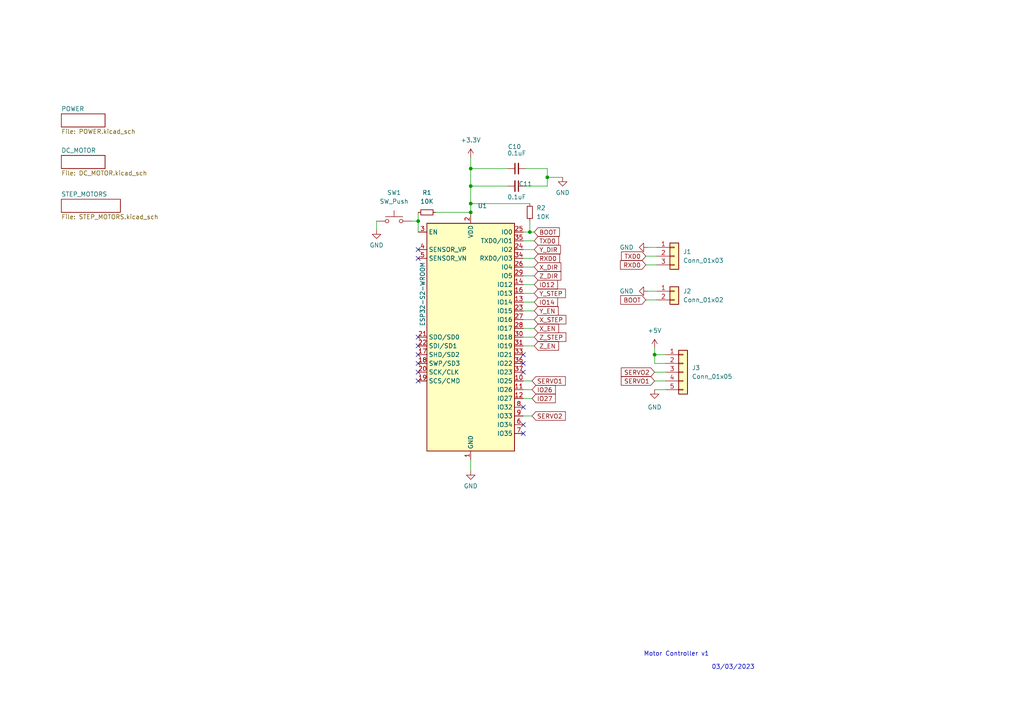
<source format=kicad_sch>
(kicad_sch (version 20211123) (generator eeschema)
  (paper "A4")
  (lib_symbols
    (symbol "Connector_Generic:Conn_01x02" (pin_names (offset 1.016) hide)
      (property "Reference" "J" (at 0 2.54 0))
      (property "Value" "Conn_01x02" (at 0 -5.08 0))
      (symbol "Conn_01x02_1_1"
        (rectangle (start -1.27 -2.413) (end 0 -2.667) (stroke (width 0.1524)))
        (rectangle (start -1.27 0.127) (end 0 -0.127) (stroke (width 0.1524)))
        (rectangle (start -1.27 1.27) (end 1.27 -3.81) (stroke (width 0.254)) (fill (type background)))
        (pin passive line (at -5.08 0 0) (length 3.81) (name "Pin_1") (number "1"))
        (pin passive line (at -5.08 -2.54 0) (length 3.81) (name "Pin_2") (number "2"))
      )
    )
    (symbol "Connector_Generic:Conn_01x03" (pin_names (offset 1.016) hide)
      (property "Reference" "J" (at 0 5.08 0))
      (property "Value" "Conn_01x03" (at 0 -5.08 0))
      (symbol "Conn_01x03_1_1"
        (rectangle (start -1.27 -2.413) (end 0 -2.667) (stroke (width 0.1524)))
        (rectangle (start -1.27 0.127) (end 0 -0.127) (stroke (width 0.1524)))
        (rectangle (start -1.27 2.667) (end 0 2.413) (stroke (width 0.1524)))
        (rectangle (start -1.27 3.81) (end 1.27 -3.81) (stroke (width 0.254)) (fill (type background)))
        (pin passive line (at -5.08 2.54 0) (length 3.81) (name "Pin_1") (number "1"))
        (pin passive line (at -5.08 0 0) (length 3.81) (name "Pin_2") (number "2"))
        (pin passive line (at -5.08 -2.54 0) (length 3.81) (name "Pin_3") (number "3"))
      )
    )
    (symbol "Connector_Generic:Conn_01x05" (pin_names (offset 1.016) hide)
      (property "Reference" "J" (at 0 7.62 0))
      (property "Value" "Conn_01x05" (at 0 -7.62 0))
      (symbol "Conn_01x05_1_1"
        (rectangle (start -1.27 -4.953) (end 0 -5.207) (stroke (width 0.1524)))
        (rectangle (start -1.27 -2.413) (end 0 -2.667) (stroke (width 0.1524)))
        (rectangle (start -1.27 0.127) (end 0 -0.127) (stroke (width 0.1524)))
        (rectangle (start -1.27 2.667) (end 0 2.413) (stroke (width 0.1524)))
        (rectangle (start -1.27 5.207) (end 0 4.953) (stroke (width 0.1524)))
        (rectangle (start -1.27 6.35) (end 1.27 -6.35) (stroke (width 0.254)) (fill (type background)))
        (pin passive line (at -5.08 5.08 0) (length 3.81) (name "Pin_1") (number "1"))
        (pin passive line (at -5.08 2.54 0) (length 3.81) (name "Pin_2") (number "2"))
        (pin passive line (at -5.08 0 0) (length 3.81) (name "Pin_3") (number "3"))
        (pin passive line (at -5.08 -2.54 0) (length 3.81) (name "Pin_4") (number "4"))
        (pin passive line (at -5.08 -5.08 0) (length 3.81) (name "Pin_5") (number "5"))
      )
    )
    (symbol "Device:C_Small" (pin_numbers hide) (pin_names (offset 0.254) hide)
      (property "Reference" "C" (at 0.254 1.778 0))
      (property "Value" "C_Small" (at 0.254 -2.032 0))
      (symbol "C_Small_0_1"
        (polyline (pts (xy -1.524 -0.508) (xy 1.524 -0.508)) (stroke (width 0.3302)))
        (polyline (pts (xy -1.524 0.508) (xy 1.524 0.508)) (stroke (width 0.3048)))
      )
      (symbol "C_Small_1_1"
        (pin passive line (at 0 2.54 270) (length 2.032) (name "~") (number "1"))
        (pin passive line (at 0 -2.54 90) (length 2.032) (name "~") (number "2"))
      )
    )
    (symbol "Device:R_Small" (pin_numbers hide) (pin_names (offset 0.254) hide)
      (property "Reference" "R" (at 0.762 0.508 0))
      (property "Value" "R_Small" (at 0.762 -1.016 0))
      (symbol "R_Small_0_1"
        (rectangle (start -0.762 1.778) (end 0.762 -1.778) (stroke (width 0.2032)))
      )
      (symbol "R_Small_1_1"
        (pin passive line (at 0 2.54 270) (length 0.762) (name "~") (number "1"))
        (pin passive line (at 0 -2.54 90) (length 0.762) (name "~") (number "2"))
      )
    )
    (symbol "RF_Module:ESP32-WROOM-32"
      (property "Reference" "U" (at -12.7 34.29 0))
      (property "Value" "ESP32-WROOM-32" (at 1.27 34.29 0))
      (symbol "ESP32-WROOM-32_0_1"
        (rectangle (start -12.7 33.02) (end 12.7 -33.02) (stroke (width 0.254)) (fill (type background)))
      )
      (symbol "ESP32-WROOM-32_1_1"
        (pin power_in line (at 0 -35.56 90) (length 2.54) (name "GND") (number "1"))
        (pin bidirectional line (at 15.24 -12.7 180) (length 2.54) (name "IO25") (number "10"))
        (pin bidirectional line (at 15.24 -15.24 180) (length 2.54) (name "IO26") (number "11"))
        (pin bidirectional line (at 15.24 -17.78 180) (length 2.54) (name "IO27") (number "12"))
        (pin bidirectional line (at 15.24 10.16 180) (length 2.54) (name "IO14") (number "13"))
        (pin bidirectional line (at 15.24 15.24 180) (length 2.54) (name "IO12") (number "14"))
        (pin passive line (at 0 -35.56 90) (length 2.54) hide (name "GND") (number "15"))
        (pin bidirectional line (at 15.24 12.7 180) (length 2.54) (name "IO13") (number "16"))
        (pin bidirectional line (at -15.24 -5.08 0) (length 2.54) (name "SHD/SD2") (number "17"))
        (pin bidirectional line (at -15.24 -7.62 0) (length 2.54) (name "SWP/SD3") (number "18"))
        (pin bidirectional line (at -15.24 -12.7 0) (length 2.54) (name "SCS/CMD") (number "19"))
        (pin power_in line (at 0 35.56 270) (length 2.54) (name "VDD") (number "2"))
        (pin bidirectional line (at -15.24 -10.16 0) (length 2.54) (name "SCK/CLK") (number "20"))
        (pin bidirectional line (at -15.24 0 0) (length 2.54) (name "SDO/SD0") (number "21"))
        (pin bidirectional line (at -15.24 -2.54 0) (length 2.54) (name "SDI/SD1") (number "22"))
        (pin bidirectional line (at 15.24 7.62 180) (length 2.54) (name "IO15") (number "23"))
        (pin bidirectional line (at 15.24 25.4 180) (length 2.54) (name "IO2") (number "24"))
        (pin bidirectional line (at 15.24 30.48 180) (length 2.54) (name "IO0") (number "25"))
        (pin bidirectional line (at 15.24 20.32 180) (length 2.54) (name "IO4") (number "26"))
        (pin bidirectional line (at 15.24 5.08 180) (length 2.54) (name "IO16") (number "27"))
        (pin bidirectional line (at 15.24 2.54 180) (length 2.54) (name "IO17") (number "28"))
        (pin bidirectional line (at 15.24 17.78 180) (length 2.54) (name "IO5") (number "29"))
        (pin input line (at -15.24 30.48 0) (length 2.54) (name "EN") (number "3"))
        (pin bidirectional line (at 15.24 0 180) (length 2.54) (name "IO18") (number "30"))
        (pin bidirectional line (at 15.24 -2.54 180) (length 2.54) (name "IO19") (number "31"))
        (pin no_connect line (at -12.7 -27.94 0) (length 2.54) hide (name "NC") (number "32"))
        (pin bidirectional line (at 15.24 -5.08 180) (length 2.54) (name "IO21") (number "33"))
        (pin bidirectional line (at 15.24 22.86 180) (length 2.54) (name "RXD0/IO3") (number "34"))
        (pin bidirectional line (at 15.24 27.94 180) (length 2.54) (name "TXD0/IO1") (number "35"))
        (pin bidirectional line (at 15.24 -7.62 180) (length 2.54) (name "IO22") (number "36"))
        (pin bidirectional line (at 15.24 -10.16 180) (length 2.54) (name "IO23") (number "37"))
        (pin passive line (at 0 -35.56 90) (length 2.54) hide (name "GND") (number "38"))
        (pin passive line (at 0 -35.56 90) (length 2.54) hide (name "GND") (number "39"))
        (pin input line (at -15.24 25.4 0) (length 2.54) (name "SENSOR_VP") (number "4"))
        (pin input line (at -15.24 22.86 0) (length 2.54) (name "SENSOR_VN") (number "5"))
        (pin input line (at 15.24 -25.4 180) (length 2.54) (name "IO34") (number "6"))
        (pin input line (at 15.24 -27.94 180) (length 2.54) (name "IO35") (number "7"))
        (pin bidirectional line (at 15.24 -20.32 180) (length 2.54) (name "IO32") (number "8"))
        (pin bidirectional line (at 15.24 -22.86 180) (length 2.54) (name "IO33") (number "9"))
      )
    )
    (symbol "Switch:SW_Push" (pin_numbers hide) (pin_names (offset 1.016) hide)
      (property "Reference" "SW" (at 1.27 2.54 0))
      (property "Value" "SW_Push" (at 0 -1.524 0))
      (symbol "SW_Push_0_1"
        (circle (center -2.032 0) (radius 0.508))
        (polyline (pts (xy 0 1.27) (xy 0 3.048)))
        (polyline (pts (xy 2.54 1.27) (xy -2.54 1.27)))
        (circle (center 2.032 0) (radius 0.508))
        (pin passive line (at -5.08 0 0) (length 2.54) (name "1") (number "1"))
        (pin passive line (at 5.08 0 180) (length 2.54) (name "2") (number "2"))
      )
    )
    (symbol "power:+3.3V" (power) (pin_names (offset 0))
      (property "Value" "+3.3V" (at 0 3.556 0))
      (symbol "+3.3V_0_1"
        (polyline (pts (xy -0.762 1.27) (xy 0 2.54)))
        (polyline (pts (xy 0 0) (xy 0 2.54)))
        (polyline (pts (xy 0 2.54) (xy 0.762 1.27)))
      )
      (symbol "+3.3V_1_1"
        (pin power_in line (at 0 0 90) (length 0) hide (name "+3.3V") (number "1"))
      )
    )
    (symbol "power:+5V" (power) (pin_names (offset 0))
      (property "Value" "+5V" (at 0 3.556 0))
      (symbol "+5V_0_1"
        (polyline (pts (xy -0.762 1.27) (xy 0 2.54)))
        (polyline (pts (xy 0 0) (xy 0 2.54)))
        (polyline (pts (xy 0 2.54) (xy 0.762 1.27)))
      )
      (symbol "+5V_1_1"
        (pin power_in line (at 0 0 90) (length 0) hide (name "+5V") (number "1"))
      )
    )
    (symbol "power:GND" (power) (pin_names (offset 0))
      (property "Value" "GND" (at 0 -3.81 0))
      (symbol "GND_0_1"
        (polyline (pts (xy 0 0) (xy 0 -1.27) (xy 1.27 -1.27) (xy 0 -2.54) (xy -1.27 -1.27) (xy 0 -1.27)))
      )
      (symbol "GND_1_1"
        (pin power_in line (at 0 0 270) (length 0) hide (name "GND") (number "1"))
      )
    )
  )
  (junction (at 136.525 59.055))
  (junction (at 136.525 61.595))
  (junction (at 136.525 53.975))
  (junction (at 189.865 102.87))
  (junction (at 121.285 64.135))
  (junction (at 158.75 51.435))
  (junction (at 153.67 67.31))
  (junction (at 136.525 48.895))
  (no_connect (at 121.285 72.39))
  (no_connect (at 121.285 102.87))
  (no_connect (at 121.285 74.93))
  (no_connect (at 121.285 97.79))
  (no_connect (at 151.765 107.95))
  (no_connect (at 121.285 107.95))
  (no_connect (at 121.285 105.41))
  (no_connect (at 151.765 102.87))
  (no_connect (at 151.765 105.41))
  (no_connect (at 151.765 118.11))
  (no_connect (at 151.765 123.19))
  (no_connect (at 121.285 110.49))
  (no_connect (at 121.285 100.33))
  (no_connect (at 151.765 125.73))
  (wire (pts (xy 193.04 113.03) (xy 189.865 113.03)))
  (wire (pts (xy 151.765 110.49) (xy 154.305 110.49)))
  (wire (pts (xy 152.4 53.975) (xy 158.75 53.975)))
  (wire (pts (xy 151.765 100.33) (xy 154.94 100.33)))
  (wire (pts (xy 158.75 53.975) (xy 158.75 51.435)))
  (wire (pts (xy 158.75 51.435) (xy 163.195 51.435)))
  (wire (pts (xy 187.325 74.295) (xy 190.5 74.295)))
  (wire (pts (xy 158.75 48.895) (xy 152.4 48.895)))
  (wire (pts (xy 151.765 92.71) (xy 154.94 92.71)))
  (wire (pts (xy 151.765 95.25) (xy 154.94 95.25)))
  (wire (pts (xy 126.365 61.595) (xy 136.525 61.595)))
  (wire (pts (xy 153.67 64.135) (xy 153.67 67.31)))
  (wire (pts (xy 136.525 133.35) (xy 136.525 136.525)))
  (wire (pts (xy 136.525 45.72) (xy 136.525 48.895)))
  (wire (pts (xy 153.67 67.31) (xy 154.94 67.31)))
  (wire (pts (xy 151.765 72.39) (xy 154.94 72.39)))
  (wire (pts (xy 189.865 107.95) (xy 193.04 107.95)))
  (wire (pts (xy 109.22 64.135) (xy 109.22 66.675)))
  (wire (pts (xy 187.325 76.835) (xy 190.5 76.835)))
  (wire (pts (xy 119.38 64.135) (xy 121.285 64.135)))
  (wire (pts (xy 189.865 102.87) (xy 189.865 105.41)))
  (wire (pts (xy 136.525 48.895) (xy 147.32 48.895)))
  (wire (pts (xy 136.525 53.975) (xy 147.32 53.975)))
  (wire (pts (xy 151.765 85.09) (xy 154.94 85.09)))
  (wire (pts (xy 151.765 69.85) (xy 154.94 69.85)))
  (wire (pts (xy 121.285 64.135) (xy 121.285 67.31)))
  (wire (pts (xy 187.96 71.755) (xy 190.5 71.755)))
  (wire (pts (xy 151.765 74.93) (xy 154.94 74.93)))
  (wire (pts (xy 121.285 61.595) (xy 121.285 64.135)))
  (wire (pts (xy 136.525 61.595) (xy 136.525 62.23)))
  (wire (pts (xy 153.67 59.055) (xy 136.525 59.055)))
  (wire (pts (xy 151.765 67.31) (xy 153.67 67.31)))
  (wire (pts (xy 151.765 80.01) (xy 154.94 80.01)))
  (wire (pts (xy 151.765 120.65) (xy 154.305 120.65)))
  (wire (pts (xy 136.525 59.055) (xy 136.525 61.595)))
  (wire (pts (xy 151.765 90.17) (xy 154.94 90.17)))
  (wire (pts (xy 151.765 113.03) (xy 154.305 113.03)))
  (wire (pts (xy 151.765 97.79) (xy 154.94 97.79)))
  (wire (pts (xy 189.865 110.49) (xy 193.04 110.49)))
  (wire (pts (xy 151.765 82.55) (xy 154.94 82.55)))
  (wire (pts (xy 151.765 77.47) (xy 154.94 77.47)))
  (wire (pts (xy 189.865 102.87) (xy 189.865 100.965)))
  (wire (pts (xy 151.765 87.63) (xy 154.94 87.63)))
  (wire (pts (xy 187.325 86.995) (xy 190.5 86.995)))
  (wire (pts (xy 136.525 48.895) (xy 136.525 53.975)))
  (wire (pts (xy 189.865 105.41) (xy 193.04 105.41)))
  (wire (pts (xy 193.04 102.87) (xy 189.865 102.87)))
  (wire (pts (xy 136.525 53.975) (xy 136.525 59.055)))
  (wire (pts (xy 158.75 51.435) (xy 158.75 48.895)))
  (wire (pts (xy 151.765 115.57) (xy 154.305 115.57)))
  (wire (pts (xy 187.96 84.455) (xy 190.5 84.455)))
  (text "Motor Controller v1\n" (at 186.69 190.5 0) (effects (font (size 1.27 1.27)) (justify left bottom)))
  (text "03/03/2023\n" (at 206.375 194.31 0) (effects (font (size 1.27 1.27)) (justify left bottom)))
  (global_label "IO14" (shape input) (at 154.94 87.63 0) (property "Intersheet References" "${INTERSHEET_REFS}" (effects hide)))
  (global_label "X_STEP" (shape input) (at 154.94 92.71 0) (property "Intersheet References" "${INTERSHEET_REFS}" (effects hide)))
  (global_label "TXD0" (shape input) (at 154.94 69.85 0) (property "Intersheet References" "${INTERSHEET_REFS}" (effects hide)))
  (global_label "Y_DIR" (shape input) (at 154.94 72.39 0) (property "Intersheet References" "${INTERSHEET_REFS}" (effects hide)))
  (global_label "SERVO2" (shape input) (at 154.305 120.65 0) (property "Intersheet References" "${INTERSHEET_REFS}" (effects hide)))
  (global_label "RXD0" (shape input) (at 187.325 76.835 180) (property "Intersheet References" "${INTERSHEET_REFS}" (effects hide)))
  (global_label "RXD0" (shape input) (at 154.94 74.93 0) (property "Intersheet References" "${INTERSHEET_REFS}" (effects hide)))
  (global_label "IO12" (shape input) (at 154.94 82.55 0) (property "Intersheet References" "${INTERSHEET_REFS}" (effects hide)))
  (global_label "Z_STEP" (shape input) (at 154.94 97.79 0) (property "Intersheet References" "${INTERSHEET_REFS}" (effects hide)))
  (global_label "BOOT" (shape input) (at 154.94 67.31 0) (property "Intersheet References" "${INTERSHEET_REFS}" (effects hide)))
  (global_label "Z_DIR" (shape input) (at 154.94 80.01 0) (property "Intersheet References" "${INTERSHEET_REFS}" (effects hide)))
  (global_label "TXD0" (shape input) (at 187.325 74.295 180) (property "Intersheet References" "${INTERSHEET_REFS}" (effects hide)))
  (global_label "SERVO2" (shape input) (at 189.865 107.95 180) (property "Intersheet References" "${INTERSHEET_REFS}" (effects hide)))
  (global_label "IO26" (shape input) (at 154.305 113.03 0) (property "Intersheet References" "${INTERSHEET_REFS}" (effects hide)))
  (global_label "IO27" (shape input) (at 154.305 115.57 0) (property "Intersheet References" "${INTERSHEET_REFS}" (effects hide)))
  (global_label "Y_STEP" (shape input) (at 154.94 85.09 0) (property "Intersheet References" "${INTERSHEET_REFS}" (effects hide)))
  (global_label "X_EN" (shape input) (at 154.94 95.25 0) (property "Intersheet References" "${INTERSHEET_REFS}" (effects hide)))
  (global_label "SERVO1" (shape input) (at 154.305 110.49 0) (property "Intersheet References" "${INTERSHEET_REFS}" (effects hide)))
  (global_label "Y_EN" (shape input) (at 154.94 90.17 0) (property "Intersheet References" "${INTERSHEET_REFS}" (effects hide)))
  (global_label "BOOT" (shape input) (at 187.325 86.995 180) (property "Intersheet References" "${INTERSHEET_REFS}" (effects hide)))
  (global_label "X_DIR" (shape input) (at 154.94 77.47 0) (property "Intersheet References" "${INTERSHEET_REFS}" (effects hide)))
  (global_label "Z_EN" (shape input) (at 154.94 100.33 0) (property "Intersheet References" "${INTERSHEET_REFS}" (effects hide)))
  (global_label "SERVO1" (shape input) (at 189.865 110.49 180) (property "Intersheet References" "${INTERSHEET_REFS}" (effects hide)))
  (symbol (lib_id "Device:C_Small") (at 149.86 53.975 270) (unit 1)
    (property "Reference" "C11" (at 152.4 53.34 90))
    (property "Value" "0.1uF" (at 149.86 57.15 90))
    (property "Footprint" "Capacitor_SMD:C_0805_2012Metric" (effects hide))
  )
  (symbol (lib_id "power:+5V") (at 189.865 100.965 0) (unit 1)
    (property "Reference" "#PWR0106" (effects hide))
    (property "Value" "+5V" (at 189.865 95.885 0))
  )
  (symbol (lib_id "Device:R_Small") (at 153.67 61.595 0) (unit 1)
    (property "Reference" "R2" (at 155.575 60.3249 0) (effects (justify left)))
    (property "Value" "10K" (at 155.575 62.8649 0) (effects (justify left)))
    (property "Footprint" "Resistor_SMD:R_0805_2012Metric" (effects hide))
  )
  (symbol (lib_id "power:GND") (at 187.96 84.455 270) (unit 1)
    (property "Reference" "#PWR0107" (effects hide))
    (property "Value" "GND" (at 179.705 84.455 90) (effects (justify left)))
  )
  (symbol (lib_id "power:GND") (at 189.865 113.03 0) (unit 1)
    (property "Reference" "#PWR0105" (effects hide))
    (property "Value" "GND" (at 189.865 118.11 0))
  )
  (symbol (lib_id "Device:C_Small") (at 149.86 48.895 90) (unit 1)
    (property "Reference" "C10" (at 149.225 42.545 90))
    (property "Value" "0.1uF" (at 149.8663 44.45 90))
    (property "Footprint" "Capacitor_SMD:C_0805_2012Metric" (effects hide))
  )
  (symbol (lib_id "Device:R_Small") (at 123.825 61.595 270) (unit 1)
    (property "Reference" "R1" (at 123.825 55.88 90))
    (property "Value" "10K" (at 123.825 58.42 90))
    (property "Footprint" "Resistor_SMD:R_0805_2012Metric" (effects hide))
  )
  (symbol (lib_id "Switch:SW_Push") (at 114.3 64.135 0) (unit 1)
    (property "Reference" "SW1" (at 114.3 55.88 0))
    (property "Value" "SW_Push" (at 114.3 58.42 0))
    (property "Footprint" "Button_Switch_SMD:SW_Push_1P1T_NO_6x6mm_H9.5mm" (effects hide))
  )
  (symbol (lib_id "Connector_Generic:Conn_01x05") (at 198.12 107.95 0) (unit 1)
    (property "Reference" "J3" (at 200.66 106.6799 0) (effects (justify left)))
    (property "Value" "Conn_01x05" (at 200.66 109.2199 0) (effects (justify left)))
    (property "Footprint" "Connector_Phoenix_MC:PhoenixContact_MC_1,5_5-G-3.81_1x05_P3.81mm_Horizontal" (effects hide))
  )
  (symbol (lib_id "power:GND") (at 187.96 71.755 270) (unit 1)
    (property "Reference" "#PWR0104" (effects hide))
    (property "Value" "GND" (at 179.705 71.755 90) (effects (justify left)))
  )
  (symbol (lib_id "Connector_Generic:Conn_01x02") (at 195.58 84.455 0) (unit 1)
    (property "Reference" "J2" (at 198.12 84.4549 0) (effects (justify left)))
    (property "Value" "Conn_01x02" (at 198.12 86.9949 0) (effects (justify left)))
    (property "Footprint" "Connector_PinHeader_2.54mm:PinHeader_1x02_P2.54mm_Vertical" (effects hide))
  )
  (symbol (lib_id "power:GND") (at 136.525 136.525 0) (unit 1)
    (property "Reference" "#PWR0101" (effects hide))
    (property "Value" "GND" (at 136.525 140.97 0))
  )
  (symbol (lib_id "power:GND") (at 163.195 51.435 0) (unit 1)
    (property "Reference" "#PWR0138" (effects hide))
    (property "Value" "GND" (at 163.195 55.88 0))
  )
  (symbol (lib_id "Connector_Generic:Conn_01x03") (at 195.58 74.295 0) (unit 1)
    (property "Reference" "J1" (at 198.12 73.0249 0) (effects (justify left)))
    (property "Value" "Conn_01x03" (at 198.12 75.5649 0) (effects (justify left)))
    (property "Footprint" "Connector_PinHeader_2.54mm:PinHeader_1x03_P2.54mm_Vertical" (effects hide))
  )
  (symbol (lib_id "RF_Module:ESP32-WROOM-32") (at 136.525 97.79 0) (unit 1)
    (property "Reference" "U1" (at 138.5444 59.69 0) (effects (justify left)))
    (property "Value" "ESP32-S2-WROOM" (at 122.555 94.615 90) (effects (justify left)))
    (property "Footprint" "RF_Module:ESP32-WROOM-32" (effects hide))
    (property "Datasheet" "https://www.espressif.com/sites/default/files/documentation/esp32-wroom-32_datasheet_en.pdf" (effects hide))
  )
  (symbol (lib_id "power:GND") (at 109.22 66.675 0) (unit 1)
    (property "Reference" "#PWR0103" (effects hide))
    (property "Value" "GND" (at 109.22 71.12 0))
  )
  (symbol (lib_id "power:+3.3V") (at 136.525 45.72 0) (mirror y) (unit 1)
    (property "Reference" "#PWR0102" (effects hide))
    (property "Value" "+3.3V" (at 136.525 40.64 0))
  )
  (sheet (at 17.78 33.02) (size 12.7 3.81) (stroke (width 0.1524))
    (property "Sheet name" "POWER" (at 17.78 32.3084 0) (effects (justify left bottom)))
    (property "Sheet file" "POWER.kicad_sch" (at 17.78 37.4146 0) (effects (justify left top)))
  )
  (sheet (at 17.78 57.785) (size 17.145 3.81) (stroke (width 0.1524))
    (property "Sheet name" "STEP_MOTORS" (at 17.78 57.0734 0) (effects (justify left bottom)))
    (property "Sheet file" "STEP_MOTORS.kicad_sch" (at 17.78 62.1796 0) (effects (justify left top)))
  )
  (sheet (at 17.78 45.085) (size 12.7 3.81) (stroke (width 0.1524))
    (property "Sheet name" "DC_MOTOR" (at 17.78 44.3734 0) (effects (justify left bottom)))
    (property "Sheet file" "DC_MOTOR.kicad_sch" (at 17.78 49.4796 0) (effects (justify left top)))
  )
)
</source>
